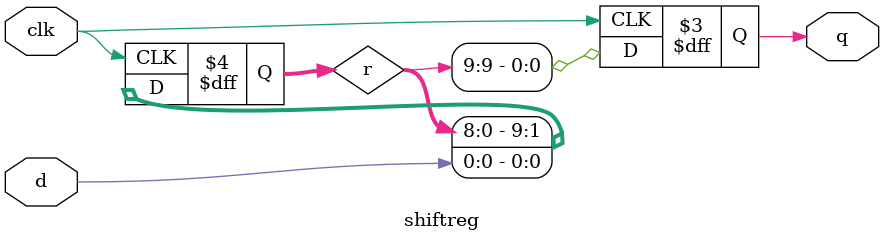
<source format=v>
module shiftreg (
	input d, clk,
	output reg q
);

	reg [9:0] r;
	integer i;

	always @(posedge clk) begin
		r[0] <= d;
		q <= r[9];
		for (i = 0; i<9; i=i+1) begin
			r[i+1] <= r[i];
		end
	end

endmodule

</source>
